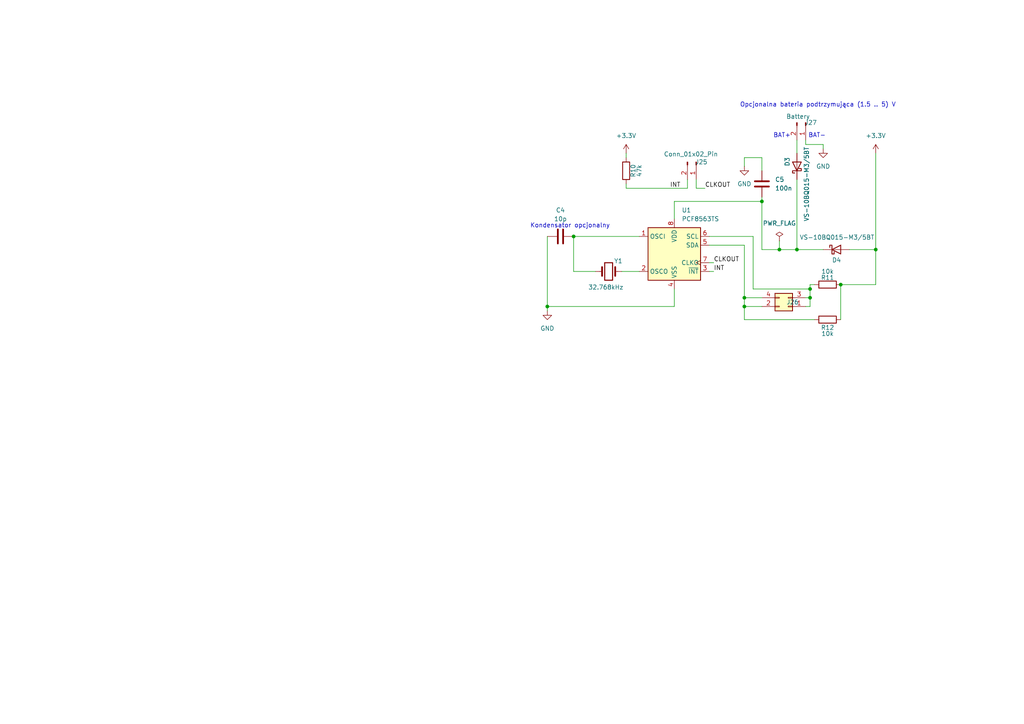
<source format=kicad_sch>
(kicad_sch (version 20250114) (generator "eeschema") (generator_version "9.0")
  (paper "A4")
  (lib_symbols
    (symbol "Connector:Conn_01x02_Pin" (pin_names (offset 1.016) (hide yes))
      (property "Reference" "J" (at 0 2.54 0))
      (property "Value" "Conn_01x02_Pin" (at 0 -5.08 0))
      (symbol "Conn_01x02_Pin_1_1"
        (rectangle (start 0.8636 0.127) (end 0 -0.127) (stroke (width 0.1524)) (fill (type outline)))
        (rectangle (start 0.8636 -2.413) (end 0 -2.667) (stroke (width 0.1524)) (fill (type outline)))
        (polyline (pts (xy 1.27 0) (xy 0.8636 0)) (stroke (width 0.1524)))
        (polyline (pts (xy 1.27 -2.54) (xy 0.8636 -2.54)) (stroke (width 0.1524)))
        (pin passive line (at 5.08 0 180) (length 3.81) (name "Pin_1") (number "1"))
        (pin passive line (at 5.08 -2.54 180) (length 3.81) (name "Pin_2") (number "2"))
      )
    )
    (symbol "Connector_Generic:Conn_02x02_Odd_Even" (pin_names (offset 1.016) (hide yes))
      (property "Reference" "J" (at 1.27 2.54 0))
      (property "Value" "Conn_02x02_Odd_Even" (at 1.27 -5.08 0))
      (symbol "Conn_02x02_Odd_Even_1_1"
        (rectangle (start -1.27 1.27) (end 3.81 -3.81) (stroke (width 0.254)) (fill (type background)))
        (rectangle (start -1.27 0.127) (end 0 -0.127) (stroke (width 0.1524)))
        (rectangle (start -1.27 -2.413) (end 0 -2.667) (stroke (width 0.1524)))
        (rectangle (start 3.81 0.127) (end 2.54 -0.127) (stroke (width 0.1524)))
        (rectangle (start 3.81 -2.413) (end 2.54 -2.667) (stroke (width 0.1524)))
        (pin passive line (at -5.08 0 0) (length 3.81) (name "Pin_1") (number "1"))
        (pin passive line (at -5.08 -2.54 0) (length 3.81) (name "Pin_3") (number "3"))
        (pin passive line (at 7.62 0 180) (length 3.81) (name "Pin_2") (number "2"))
        (pin passive line (at 7.62 -2.54 180) (length 3.81) (name "Pin_4") (number "4"))
      )
    )
    (symbol "Device:C" (pin_numbers (hide yes)) (pin_names (offset 0.254))
      (property "Reference" "C" (at 0.635 2.54 0))
      (property "Value" "C" (at 0.635 -2.54 0))
      (symbol "C_0_1"
        (polyline (pts (xy -2.032 0.762) (xy 2.032 0.762)) (stroke (width 0.508)))
        (polyline (pts (xy -2.032 -0.762) (xy 2.032 -0.762)) (stroke (width 0.508)))
      )
      (symbol "C_1_1"
        (pin passive line (at 0 3.81 270) (length 2.794) (name "~") (number "1"))
        (pin passive line (at 0 -3.81 90) (length 2.794) (name "~") (number "2"))
      )
    )
    (symbol "Device:Crystal" (pin_numbers (hide yes)) (pin_names (offset 1.016) (hide yes))
      (property "Reference" "Y" (at 0 3.81 0))
      (property "Value" "Crystal" (at 0 -3.81 0))
      (symbol "Crystal_0_1"
        (polyline (pts (xy -2.54 0) (xy -1.905 0)))
        (polyline (pts (xy -1.905 -1.27) (xy -1.905 1.27)) (stroke (width 0.508)))
        (rectangle (start -1.143 2.54) (end 1.143 -2.54) (stroke (width 0.3048)))
        (polyline (pts (xy 1.905 -1.27) (xy 1.905 1.27)) (stroke (width 0.508)))
        (polyline (pts (xy 2.54 0) (xy 1.905 0)))
      )
      (symbol "Crystal_1_1"
        (pin passive line (at -3.81 0 0) (length 1.27) (name "1") (number "1"))
        (pin passive line (at 3.81 0 180) (length 1.27) (name "2") (number "2"))
      )
    )
    (symbol "Device:D_Schottky" (pin_numbers (hide yes)) (pin_names (offset 1.016) (hide yes))
      (property "Reference" "D" (at 0 2.54 0))
      (property "Value" "D_Schottky" (at 0 -2.54 0))
      (symbol "D_Schottky_0_1"
        (polyline (pts (xy -1.905 0.635) (xy -1.905 1.27) (xy -1.27 1.27) (xy -1.27 -1.27) (xy -0.635 -1.27) (xy -0.635 -0.635)) (stroke (width 0.254)))
        (polyline (pts (xy 1.27 1.27) (xy 1.27 -1.27) (xy -1.27 0) (xy 1.27 1.27)) (stroke (width 0.254)))
        (polyline (pts (xy 1.27 0) (xy -1.27 0)))
      )
      (symbol "D_Schottky_1_1"
        (pin passive line (at -3.81 0 0) (length 2.54) (name "K") (number "1"))
        (pin passive line (at 3.81 0 180) (length 2.54) (name "A") (number "2"))
      )
    )
    (symbol "Device:R" (pin_numbers (hide yes)) (pin_names (offset 0))
      (property "Reference" "R" (at 2.032 0 90))
      (property "Value" "R" (at 0 0 90))
      (symbol "R_0_1"
        (rectangle (start -1.016 -2.54) (end 1.016 2.54) (stroke (width 0.254)))
      )
      (symbol "R_1_1"
        (pin passive line (at 0 3.81 270) (length 1.27) (name "~") (number "1"))
        (pin passive line (at 0 -3.81 90) (length 1.27) (name "~") (number "2"))
      )
    )
    (symbol "Timer_RTC:PCF8563TS"
      (property "Reference" "U" (at -7.62 8.89 0))
      (property "Value" "PCF8563TS" (at 2.54 8.89 0))
      (symbol "PCF8563TS_0_1"
        (rectangle (start -7.62 7.62) (end 7.62 -7.62) (stroke (width 0.254)) (fill (type background)))
      )
      (symbol "PCF8563TS_1_1"
        (pin input line (at -10.16 5.08 0) (length 2.54) (name "OSCI") (number "1"))
        (pin output line (at -10.16 -5.08 0) (length 2.54) (name "OSCO") (number "2"))
        (pin power_in line (at 0 10.16 270) (length 2.54) (name "VDD") (number "8"))
        (pin power_in line (at 0 -10.16 90) (length 2.54) (name "VSS") (number "4"))
        (pin input line (at 10.16 5.08 180) (length 2.54) (name "SCL") (number "6"))
        (pin bidirectional line (at 10.16 2.54 180) (length 2.54) (name "SDA") (number "5"))
        (pin output clock (at 10.16 -2.54 180) (length 2.54) (name "CLKO") (number "7"))
        (pin output line (at 10.16 -5.08 180) (length 2.54) (name "~{INT}") (number "3"))
      )
    )
    (symbol "power:+3.3V" (power) (pin_numbers (hide yes)) (pin_names (offset 0) (hide yes))
      (property "Value" "+3.3V" (at 0 3.556 0))
      (symbol "+3.3V_0_1"
        (polyline (pts (xy -0.762 1.27) (xy 0 2.54)))
        (polyline (pts (xy 0 2.54) (xy 0.762 1.27)))
        (polyline (pts (xy 0 0) (xy 0 2.54)))
      )
      (symbol "+3.3V_1_1"
        (pin power_in line (at 0 0 90) (length 0) (name "~") (number "1"))
      )
    )
    (symbol "power:GND" (power) (pin_numbers (hide yes)) (pin_names (offset 0) (hide yes))
      (property "Value" "GND" (at 0 -3.81 0))
      (symbol "GND_0_1"
        (polyline (pts (xy 0 0) (xy 0 -1.27) (xy 1.27 -1.27) (xy 0 -2.54) (xy -1.27 -1.27) (xy 0 -1.27)))
      )
      (symbol "GND_1_1"
        (pin power_in line (at 0 0 270) (length 0) (name "~") (number "1"))
      )
    )
    (symbol "power:PWR_FLAG" (power) (pin_numbers (hide yes)) (pin_names (offset 0) (hide yes))
      (property "Value" "PWR_FLAG" (at 0 3.81 0))
      (symbol "PWR_FLAG_0_0"
        (pin power_out line (at 0 0 90) (length 0) (name "~") (number "1"))
      )
      (symbol "PWR_FLAG_0_1"
        (polyline (pts (xy 0 0) (xy 0 1.27) (xy -1.016 1.905) (xy 0 2.54) (xy 1.016 1.905) (xy 0 1.27)))
      )
    )
  )
  (text "Kondensator opcjonalny" (at 165.354 65.532 0) (effects (font (size 1.27 1.27))))
  (text "Opcjonalna bateria podtrzymująca (1.5 .. 5) V" (at 237.236 30.48 0) (effects (font (size 1.27 1.27))))
  (text "BAT+" (at 226.822 39.37 0) (effects (font (size 1.27 1.27))))
  (text "BAT-" (at 236.982 39.37 0) (effects (font (size 1.27 1.27))))
  (junction (at 215.9 88.9))
  (junction (at 254 72.39))
  (junction (at 220.98 58.42))
  (junction (at 158.75 88.9))
  (junction (at 166.37 68.58))
  (junction (at 234.95 86.36))
  (junction (at 243.84 82.55))
  (junction (at 231.14 72.39))
  (junction (at 215.9 86.36))
  (junction (at 234.95 83.82))
  (junction (at 226.06 72.39))
  (wire (pts (xy 158.75 68.58) (xy 158.75 88.9)))
  (wire (pts (xy 234.95 88.9) (xy 233.68 88.9)))
  (wire (pts (xy 238.76 43.18) (xy 238.76 41.91)))
  (wire (pts (xy 254 44.45) (xy 254 72.39)))
  (wire (pts (xy 215.9 71.12) (xy 205.74 71.12)))
  (wire (pts (xy 195.58 58.42) (xy 220.98 58.42)))
  (wire (pts (xy 231.14 72.39) (xy 238.76 72.39)))
  (wire (pts (xy 166.37 68.58) (xy 166.37 78.74)))
  (wire (pts (xy 215.9 45.72) (xy 215.9 48.26)))
  (wire (pts (xy 243.84 82.55) (xy 243.84 92.71)))
  (wire (pts (xy 220.98 45.72) (xy 215.9 45.72)))
  (wire (pts (xy 231.14 40.64) (xy 231.14 44.45)))
  (wire (pts (xy 218.44 68.58) (xy 218.44 83.82)))
  (wire (pts (xy 204.47 54.61) (xy 201.93 54.61)))
  (wire (pts (xy 220.98 57.15) (xy 220.98 58.42)))
  (wire (pts (xy 220.98 72.39) (xy 226.06 72.39)))
  (wire (pts (xy 172.72 78.74) (xy 166.37 78.74)))
  (wire (pts (xy 233.68 86.36) (xy 234.95 86.36)))
  (wire (pts (xy 158.75 88.9) (xy 158.75 90.17)))
  (wire (pts (xy 181.61 54.61) (xy 199.39 54.61)))
  (wire (pts (xy 201.93 52.07) (xy 201.93 54.61)))
  (wire (pts (xy 205.74 76.2) (xy 207.01 76.2)))
  (wire (pts (xy 220.98 58.42) (xy 220.98 72.39)))
  (wire (pts (xy 215.9 86.36) (xy 215.9 88.9)))
  (wire (pts (xy 215.9 92.71) (xy 215.9 88.9)))
  (wire (pts (xy 233.68 41.91) (xy 233.68 40.64)))
  (wire (pts (xy 181.61 53.34) (xy 181.61 54.61)))
  (wire (pts (xy 254 72.39) (xy 254 82.55)))
  (wire (pts (xy 158.75 88.9) (xy 195.58 88.9)))
  (wire (pts (xy 234.95 86.36) (xy 234.95 88.9)))
  (wire (pts (xy 246.38 72.39) (xy 254 72.39)))
  (wire (pts (xy 226.06 69.85) (xy 226.06 72.39)))
  (wire (pts (xy 220.98 49.53) (xy 220.98 45.72)))
  (wire (pts (xy 205.74 78.74) (xy 207.01 78.74)))
  (wire (pts (xy 226.06 72.39) (xy 231.14 72.39)))
  (wire (pts (xy 180.34 78.74) (xy 185.42 78.74)))
  (wire (pts (xy 218.44 68.58) (xy 205.74 68.58)))
  (wire (pts (xy 195.58 83.82) (xy 195.58 88.9)))
  (wire (pts (xy 231.14 52.07) (xy 231.14 72.39)))
  (wire (pts (xy 181.61 44.45) (xy 181.61 45.72)))
  (wire (pts (xy 233.68 41.91) (xy 238.76 41.91)))
  (wire (pts (xy 215.9 92.71) (xy 236.22 92.71)))
  (wire (pts (xy 215.9 88.9) (xy 220.98 88.9)))
  (wire (pts (xy 243.84 82.55) (xy 254 82.55)))
  (wire (pts (xy 234.95 83.82) (xy 234.95 86.36)))
  (wire (pts (xy 234.95 83.82) (xy 218.44 83.82)))
  (wire (pts (xy 236.22 82.55) (xy 234.95 82.55)))
  (wire (pts (xy 195.58 63.5) (xy 195.58 58.42)))
  (wire (pts (xy 234.95 83.82) (xy 234.95 82.55)))
  (wire (pts (xy 199.39 52.07) (xy 199.39 54.61)))
  (wire (pts (xy 215.9 86.36) (xy 220.98 86.36)))
  (wire (pts (xy 166.37 68.58) (xy 185.42 68.58)))
  (wire (pts (xy 215.9 71.12) (xy 215.9 86.36)))
  (label "INT" (at 207.01 78.74 0))
  (label "INT" (at 194.31 54.61 0))
  (label "CLKOUT" (at 207.01 76.2 0))
  (label "CLKOUT" (at 204.47 54.61 0))
  (symbol (lib_id "Device:R") (at 240.03 82.55 90) (unit 1)
    (property "Reference" "R11" (at 240.03 80.518 90))
    (property "Value" "10k" (at 240.03 78.74 90))
    (property "Footprint" "Resistor_SMD:R_0603_1608Metric_Pad0.98x0.95mm_HandSolder" (effects (hide yes)))
    (property "Description" "Resistor" (effects (hide yes)))
  )
  (symbol (lib_id "power:+3.3V") (at 181.61 44.45 0) (unit 1)
    (property "Reference" "#PWR042" (effects (hide yes)))
    (property "Value" "+3.3V" (at 181.61 39.37 0))
    (property "Description" "Power symbol creates a global label with name \"+3.3V\"" (effects (hide yes)))
  )
  (symbol (lib_id "Device:R") (at 240.03 92.71 90) (unit 1)
    (property "Reference" "R12" (at 240.03 94.996 90))
    (property "Value" "10k" (at 240.03 96.774 90))
    (property "Footprint" "Resistor_SMD:R_0603_1608Metric_Pad0.98x0.95mm_HandSolder" (effects (hide yes)))
    (property "Description" "Resistor" (effects (hide yes)))
  )
  (symbol (lib_id "Device:C") (at 162.56 68.58 90) (unit 1)
    (property "Reference" "C4" (at 162.56 60.96 90))
    (property "Value" "10p" (at 162.56 63.5 90))
    (property "Footprint" "Capacitor_SMD:C_0603_1608Metric_Pad1.08x0.95mm_HandSolder" (effects (hide yes)))
    (property "Description" "Unpolarized capacitor" (effects (hide yes)))
  )
  (symbol (lib_id "Connector_Generic:Conn_02x02_Odd_Even") (at 228.6 88.9 180) (unit 1)
    (property "Reference" "J26" (at 228.092 87.63 0) (effects (justify right)))
    (property "Value" "Conn_01x02_Pin" (effects (hide yes)))
    (property "Footprint" "Connector_PinSocket_2.54mm:PinSocket_1x20_P2.54mm_Vertical" (effects (hide yes)))
    (property "Description" "Generic connector, double row, 02x02, odd/even pin numbering scheme (row 1 odd numbers, row 2 even numbers), script generated (kicad-library-utils/schlib/autogen/connector/)" (effects (hide yes)))
  )
  (symbol (lib_id "power:GND") (at 215.9 48.26 0) (unit 1)
    (property "Reference" "#PWR043" (effects (hide yes)))
    (property "Value" "GND" (at 215.9 53.34 0))
    (property "Description" "Power symbol creates a global label with name \"GND\" , ground" (effects (hide yes)))
  )
  (symbol (lib_id "power:GND") (at 238.76 43.18 0) (unit 1)
    (property "Reference" "#PWR044" (effects (hide yes)))
    (property "Value" "GND" (at 238.76 48.26 0))
    (property "Description" "Power symbol creates a global label with name \"GND\" , ground" (effects (hide yes)))
  )
  (symbol (lib_id "power:PWR_FLAG") (at 226.06 69.85 0) (unit 1)
    (property "Reference" "#FLG03" (effects (hide yes)))
    (property "Value" "PWR_FLAG" (at 226.06 64.77 0))
    (property "Description" "Special symbol for telling ERC where power comes from" (effects (hide yes)))
  )
  (symbol (lib_id "power:GND") (at 158.75 90.17 0) (unit 1)
    (property "Reference" "#PWR041" (effects (hide yes)))
    (property "Value" "GND" (at 158.75 95.25 0))
    (property "Description" "Power symbol creates a global label with name \"GND\" , ground" (effects (hide yes)))
  )
  (symbol (lib_id "Connector:Conn_01x02_Pin") (at 233.68 35.56 270) (unit 1)
    (property "Reference" "J27" (at 236.982 35.56 90) (effects (justify right)))
    (property "Value" "Battery" (at 234.95 33.782 90) (effects (justify right)))
    (property "Footprint" "Connector_PinSocket_2.54mm:PinSocket_1x20_P2.54mm_Vertical" (effects (hide yes)))
    (property "Description" "Generic connector, single row, 01x02, script generated" (effects (hide yes)))
  )
  (symbol (lib_id "Device:R") (at 181.61 49.53 0) (unit 1)
    (property "Reference" "R10" (at 183.642 49.53 90))
    (property "Value" "47k" (at 185.42 49.53 90))
    (property "Footprint" "Resistor_SMD:R_0603_1608Metric_Pad0.98x0.95mm_HandSolder" (effects (hide yes)))
    (property "Description" "Resistor" (effects (hide yes)))
  )
  (symbol (lib_id "Device:C") (at 220.98 53.34 180) (unit 1)
    (property "Reference" "C5" (at 224.79 52.0699 0) (effects (justify right)))
    (property "Value" "100n" (at 224.79 54.6099 0) (effects (justify right)))
    (property "Footprint" "Capacitor_SMD:C_0603_1608Metric_Pad1.08x0.95mm_HandSolder" (effects (hide yes)))
    (property "Description" "Unpolarized capacitor" (effects (hide yes)))
  )
  (symbol (lib_id "Timer_RTC:PCF8563TS") (at 195.58 73.66 0) (unit 1)
    (property "Reference" "U1" (at 197.7233 60.96 0) (effects (justify left)))
    (property "Value" "PCF8563TS" (at 197.7233 63.5 0) (effects (justify left)))
    (property "Footprint" "Package_SO:TSSOP-8_3x3mm_P0.65mm" (effects (hide yes)))
    (property "Datasheet" "https://www.nxp.com/docs/en/data-sheet/PCF8563.pdf" (effects (hide yes)))
    (property "Description" "Realtime Clock/Calendar I2C Interface, TSSOP-8" (effects (hide yes)))
  )
  (symbol (lib_id "Connector:Conn_01x02_Pin") (at 201.93 46.99 270) (unit 1)
    (property "Reference" "J25" (at 205.232 46.99 90) (effects (justify right)))
    (property "Value" "Conn_01x02_Pin" (at 208.28 44.704 90) (effects (justify right)))
    (property "Footprint" "Connector_PinHeader_2.54mm:PinHeader_1x04_P2.54mm_Vertical" (effects (hide yes)))
    (property "Description" "Generic connector, single row, 01x02, script generated" (effects (hide yes)))
  )
  (symbol (lib_id "Device:D_Schottky") (at 242.57 72.39 0) (unit 1)
    (property "Reference" "D4" (at 241.3 75.438 0) (effects (justify left)))
    (property "Value" "VS-10BQ015-M3/5BT" (at 231.902 68.834 0) (effects (justify left)))
    (property "Footprint" "Diode_SMD:D_SOD-123F" (effects (hide yes)))
    (property "Description" "Schottky diode" (effects (hide yes)))
  )
  (symbol (lib_id "power:+3.3V") (at 254 44.45 0) (unit 1)
    (property "Reference" "#PWR045" (effects (hide yes)))
    (property "Value" "+3.3V" (at 254 39.37 0))
    (property "Description" "Power symbol creates a global label with name \"+3.3V\"" (effects (hide yes)))
  )
  (symbol (lib_id "Device:D_Schottky") (at 231.14 48.26 90) (unit 1)
    (property "Reference" "D3" (at 228.346 48.26 0) (effects (justify left)))
    (property "Value" "VS-10BQ015-M3/5BT" (at 233.934 64.262 0) (effects (justify left)))
    (property "Footprint" "Diode_SMD:D_SMB_Handsoldering" (effects (hide yes)))
    (property "Description" "Schottky diode" (effects (hide yes)))
  )
  (symbol (lib_id "Device:Crystal") (at 176.53 78.74 0) (unit 1)
    (property "Reference" "Y1" (at 180.594 75.692 0) (effects (justify right)))
    (property "Value" "32.768kHz" (at 180.848 83.312 0) (effects (justify right)))
    (property "Footprint" "Crystal:Crystal_AT310_D3.0mm_L10.0mm_Horizontal" (effects (hide yes)))
    (property "Description" "Two pin crystal" (effects (hide yes)))
  )
)
</source>
